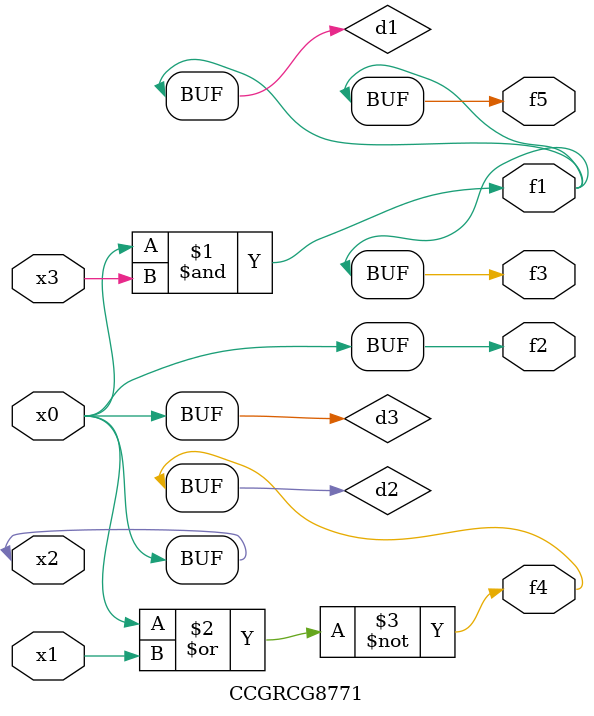
<source format=v>
module CCGRCG8771(
	input x0, x1, x2, x3,
	output f1, f2, f3, f4, f5
);

	wire d1, d2, d3;

	and (d1, x2, x3);
	nor (d2, x0, x1);
	buf (d3, x0, x2);
	assign f1 = d1;
	assign f2 = d3;
	assign f3 = d1;
	assign f4 = d2;
	assign f5 = d1;
endmodule

</source>
